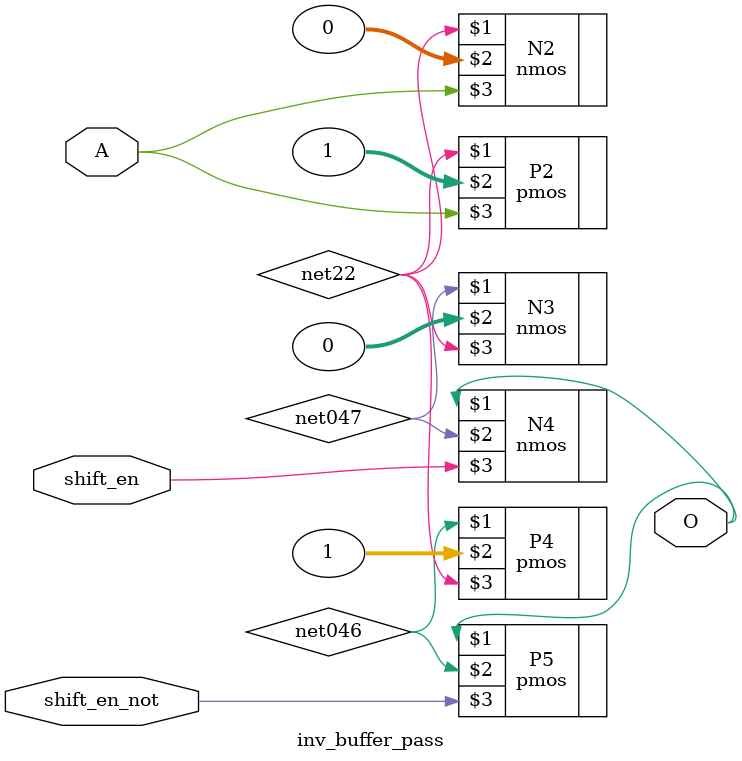
<source format=v>
`timescale 1ns / 1ns 

module inv_buffer_pass ( O, A, shift_en, shift_en_not );
output  O;

input  A, shift_en, shift_en_not;


specify 
    specparam CDS_LIBNAME  = "ece555_final";
    specparam CDS_CELLNAME = "inv_buffer_pass";
    specparam CDS_VIEWNAME = "schematic";
endspecify

pmos P2 ( net22, 1, A);
pmos P4 ( net046, 1, net22);
pmos P5 ( O, net046, shift_en_not);
nmos N4 ( O, net047, shift_en);
nmos N2 ( net22, 0, A);
nmos N3 ( net047, 0, net22);

endmodule

</source>
